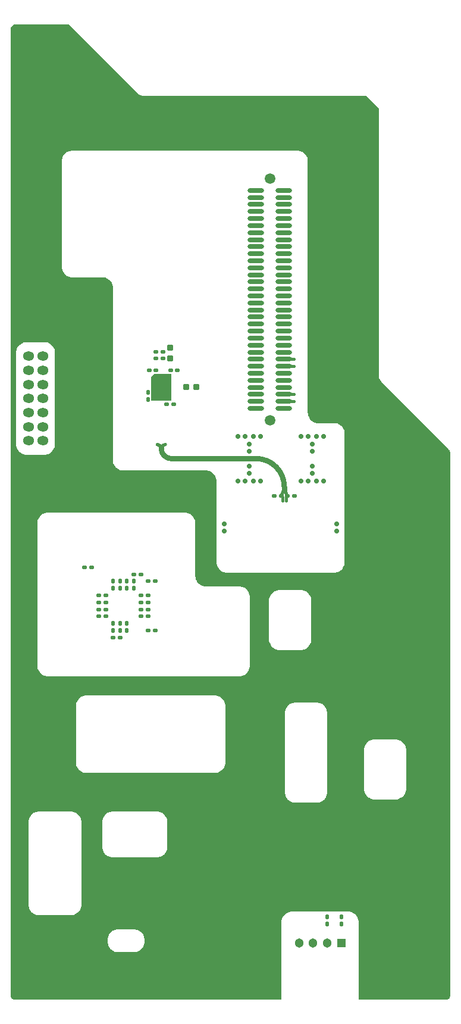
<source format=gbs>
G04*
G04 #@! TF.GenerationSoftware,Altium Limited,Altium Designer,21.7.2 (23)*
G04*
G04 Layer_Color=16711935*
%FSLAX43Y43*%
%MOMM*%
G71*
G04*
G04 #@! TF.SameCoordinates,E45341BC-5B8A-4208-AAAD-0714A86AB049*
G04*
G04*
G04 #@! TF.FilePolarity,Negative*
G04*
G01*
G75*
%ADD74C,0.800*%
%ADD75C,0.550*%
%ADD78C,0.400*%
G04:AMPARAMS|DCode=83|XSize=0.63mm|YSize=0.62mm|CornerRadius=0.16mm|HoleSize=0mm|Usage=FLASHONLY|Rotation=270.000|XOffset=0mm|YOffset=0mm|HoleType=Round|Shape=RoundedRectangle|*
%AMROUNDEDRECTD83*
21,1,0.630,0.300,0,0,270.0*
21,1,0.310,0.620,0,0,270.0*
1,1,0.320,-0.150,-0.155*
1,1,0.320,-0.150,0.155*
1,1,0.320,0.150,0.155*
1,1,0.320,0.150,-0.155*
%
%ADD83ROUNDEDRECTD83*%
G04:AMPARAMS|DCode=88|XSize=0.52mm|YSize=0.62mm|CornerRadius=0.135mm|HoleSize=0mm|Usage=FLASHONLY|Rotation=270.000|XOffset=0mm|YOffset=0mm|HoleType=Round|Shape=RoundedRectangle|*
%AMROUNDEDRECTD88*
21,1,0.520,0.350,0,0,270.0*
21,1,0.250,0.620,0,0,270.0*
1,1,0.270,-0.175,-0.125*
1,1,0.270,-0.175,0.125*
1,1,0.270,0.175,0.125*
1,1,0.270,0.175,-0.125*
%
%ADD88ROUNDEDRECTD88*%
G04:AMPARAMS|DCode=89|XSize=0.52mm|YSize=0.62mm|CornerRadius=0.135mm|HoleSize=0mm|Usage=FLASHONLY|Rotation=0.000|XOffset=0mm|YOffset=0mm|HoleType=Round|Shape=RoundedRectangle|*
%AMROUNDEDRECTD89*
21,1,0.520,0.350,0,0,0.0*
21,1,0.250,0.620,0,0,0.0*
1,1,0.270,0.125,-0.175*
1,1,0.270,-0.125,-0.175*
1,1,0.270,-0.125,0.175*
1,1,0.270,0.125,0.175*
%
%ADD89ROUNDEDRECTD89*%
G04:AMPARAMS|DCode=98|XSize=0.92mm|YSize=0.82mm|CornerRadius=0.21mm|HoleSize=0mm|Usage=FLASHONLY|Rotation=270.000|XOffset=0mm|YOffset=0mm|HoleType=Round|Shape=RoundedRectangle|*
%AMROUNDEDRECTD98*
21,1,0.920,0.400,0,0,270.0*
21,1,0.500,0.820,0,0,270.0*
1,1,0.420,-0.200,-0.250*
1,1,0.420,-0.200,0.250*
1,1,0.420,0.200,0.250*
1,1,0.420,0.200,-0.250*
%
%ADD98ROUNDEDRECTD98*%
G04:AMPARAMS|DCode=103|XSize=0.63mm|YSize=0.62mm|CornerRadius=0.16mm|HoleSize=0mm|Usage=FLASHONLY|Rotation=180.000|XOffset=0mm|YOffset=0mm|HoleType=Round|Shape=RoundedRectangle|*
%AMROUNDEDRECTD103*
21,1,0.630,0.300,0,0,180.0*
21,1,0.310,0.620,0,0,180.0*
1,1,0.320,-0.155,0.150*
1,1,0.320,0.155,0.150*
1,1,0.320,0.155,-0.150*
1,1,0.320,-0.155,-0.150*
%
%ADD103ROUNDEDRECTD103*%
G04:AMPARAMS|DCode=113|XSize=0.92mm|YSize=0.82mm|CornerRadius=0.21mm|HoleSize=0mm|Usage=FLASHONLY|Rotation=0.000|XOffset=0mm|YOffset=0mm|HoleType=Round|Shape=RoundedRectangle|*
%AMROUNDEDRECTD113*
21,1,0.920,0.400,0,0,0.0*
21,1,0.500,0.820,0,0,0.0*
1,1,0.420,0.250,-0.200*
1,1,0.420,-0.250,-0.200*
1,1,0.420,-0.250,0.200*
1,1,0.420,0.250,0.200*
%
%ADD113ROUNDEDRECTD113*%
%ADD134C,4.520*%
%ADD135R,1.302X1.302*%
%ADD136C,1.302*%
%ADD137O,1.620X1.320*%
%ADD142C,6.020*%
%ADD143C,1.520*%
%ADD181O,2.357X0.630*%
G36*
X58652Y189191D02*
X58727Y189160D01*
X58823Y189086D01*
X58823Y189086D01*
X58823Y189086D01*
X58823Y189086D01*
X68490Y179419D01*
X68580Y179337D01*
X68782Y179203D01*
X69006Y179110D01*
X69243Y179063D01*
X69365Y179057D01*
X100861Y179057D01*
X100918Y179057D01*
X101031Y179034D01*
X101137Y178990D01*
X101177Y178964D01*
X101273Y178886D01*
X101273Y178886D01*
X101358Y178801D01*
X102647Y177513D01*
X102697Y177462D01*
X102776Y177343D01*
X102831Y177212D01*
X102849Y177118D01*
X102858Y177001D01*
Y177000D01*
X102858Y177000D01*
X102859Y177000D01*
Y139382D01*
X102860Y139233D01*
X102908Y138940D01*
X103012Y138662D01*
X103168Y138409D01*
X103264Y138295D01*
X103264D01*
X112882Y128678D01*
X112910Y128649D01*
X112956Y128581D01*
X112987Y128506D01*
X112987Y128503D01*
X113002Y128386D01*
Y128386D01*
X113002D01*
X113002Y128386D01*
X113002Y51107D01*
X113002Y50987D01*
X112911Y50767D01*
X112742Y50598D01*
X112522Y50507D01*
X112402Y50507D01*
X100000D01*
X100000Y61500D01*
X100000Y61500D01*
X100000Y61500D01*
X100000Y61648D01*
X99942Y61938D01*
X99829Y62211D01*
X99665Y62456D01*
X99456Y62665D01*
X99211Y62829D01*
X98938Y62942D01*
X98648Y63000D01*
X98500Y63000D01*
X90500Y63000D01*
X90500Y63000D01*
X90352D01*
X90062Y62942D01*
X89789Y62829D01*
X89544Y62665D01*
X89335Y62456D01*
X89171Y62211D01*
X89058Y61938D01*
X89000Y61648D01*
Y61500D01*
Y50507D01*
X50943D01*
X50741Y50591D01*
X50586Y50745D01*
X50502Y50947D01*
Y51057D01*
Y188607D01*
Y188726D01*
X50594Y188947D01*
X50763Y189115D01*
X50983Y189207D01*
X51102Y189207D01*
X51102Y189207D01*
X58532Y189207D01*
X58572Y189207D01*
X58652Y189191D01*
D02*
G37*
%LPC*%
G36*
X91250Y171250D02*
X91250Y171250D01*
X59250Y171250D01*
X59102Y171250D01*
X58812Y171192D01*
X58539Y171079D01*
X58294Y170915D01*
X58085Y170706D01*
X57921Y170460D01*
X57808Y170188D01*
X57750Y169898D01*
X57750Y169750D01*
Y154750D01*
Y154602D01*
X57808Y154312D01*
X57921Y154039D01*
X58085Y153794D01*
X58294Y153585D01*
X58539Y153421D01*
X58812Y153308D01*
X59102Y153250D01*
X59250D01*
X63500Y153250D01*
X63647Y153243D01*
X63935Y153185D01*
X64207Y153073D01*
X64452Y152910D01*
X64660Y152702D01*
X64823Y152457D01*
X64935Y152185D01*
X64993Y151897D01*
X65000Y151750D01*
X65000D01*
X65000Y151750D01*
Y127250D01*
Y127102D01*
X65058Y126812D01*
X65171Y126539D01*
X65335Y126294D01*
X65544Y126085D01*
X65789Y125921D01*
X66062Y125808D01*
X66352Y125750D01*
X66500D01*
X78250Y125750D01*
X78397Y125743D01*
X78685Y125685D01*
X78957Y125573D01*
X79202Y125409D01*
X79410Y125202D01*
X79573Y124957D01*
X79685Y124685D01*
X79743Y124397D01*
X79750Y124250D01*
X79750Y124250D01*
X79750Y124250D01*
Y119500D01*
Y113750D01*
Y112602D01*
X79808Y112312D01*
X79921Y112039D01*
X80085Y111794D01*
X80294Y111585D01*
X80539Y111421D01*
X80812Y111308D01*
X81102Y111250D01*
X96648D01*
X96938Y111308D01*
X97211Y111421D01*
X97456Y111585D01*
X97665Y111794D01*
X97829Y112039D01*
X97942Y112312D01*
X98000Y112602D01*
Y112750D01*
Y119500D01*
X98000Y131000D01*
X98000Y131148D01*
X97942Y131438D01*
X97829Y131711D01*
X97665Y131956D01*
X97456Y132165D01*
X97210Y132329D01*
X96937Y132442D01*
X96648Y132500D01*
X96500Y132500D01*
X96500Y132500D01*
X96500Y132500D01*
X94250D01*
X94103Y132507D01*
X93815Y132565D01*
X93543Y132677D01*
X93298Y132840D01*
X93090Y133048D01*
X92927Y133293D01*
X92815Y133564D01*
X92757Y133853D01*
X92750Y134000D01*
X92750Y134000D01*
X92750Y169750D01*
X92750Y169898D01*
X92692Y170188D01*
X92579Y170461D01*
X92415Y170706D01*
X92206Y170915D01*
X91960Y171079D01*
X91687Y171192D01*
X91398Y171250D01*
X91250Y171250D01*
X91250Y171250D01*
D02*
G37*
G36*
X55398Y144000D02*
X55250Y144000D01*
X52750Y144000D01*
Y144000D01*
X52750Y144000D01*
X52602Y144000D01*
X52312Y143942D01*
X52039Y143829D01*
X51794Y143665D01*
X51585Y143456D01*
X51421Y143211D01*
X51308Y142938D01*
X51250Y142648D01*
Y142500D01*
Y129500D01*
X51250D01*
X51250Y129500D01*
X51250Y129352D01*
X51308Y129062D01*
X51421Y128789D01*
X51585Y128544D01*
X51794Y128335D01*
X52039Y128171D01*
X52312Y128058D01*
X52602Y128000D01*
X55250D01*
X55398Y128000D01*
X55688Y128057D01*
X55961Y128170D01*
X56207Y128334D01*
X56416Y128543D01*
X56580Y128789D01*
X56693Y129062D01*
X56750Y129352D01*
X56750Y129500D01*
X56750Y142500D01*
X56750Y142500D01*
X56750Y142500D01*
X56750Y142648D01*
X56693Y142938D01*
X56579Y143211D01*
X56415Y143456D01*
X56206Y143665D01*
X55961Y143829D01*
X55688Y143943D01*
X55398Y144000D01*
D02*
G37*
G36*
X91750Y108750D02*
X88750Y108750D01*
X88602D01*
X88312Y108692D01*
X88039Y108579D01*
X87794Y108415D01*
X87585Y108206D01*
X87421Y107961D01*
X87308Y107688D01*
X87250Y107398D01*
X87250Y107250D01*
X87250Y107250D01*
X87250Y107250D01*
X87250Y101750D01*
X87250Y101602D01*
X87308Y101312D01*
X87421Y101039D01*
X87585Y100794D01*
X87794Y100585D01*
X88039Y100421D01*
X88312Y100308D01*
X88602Y100250D01*
X88750Y100250D01*
X88750Y100250D01*
X88750Y100250D01*
X91750Y100250D01*
X91898Y100250D01*
X92188Y100308D01*
X92461Y100421D01*
X92706Y100585D01*
X92915Y100794D01*
X93079Y101039D01*
X93192Y101312D01*
X93250Y101602D01*
X93250Y101750D01*
X93250Y101750D01*
X93250Y101750D01*
X93250Y107250D01*
X93250Y107398D01*
X93192Y107688D01*
X93079Y107961D01*
X92915Y108206D01*
X92706Y108415D01*
X92461Y108579D01*
X92188Y108692D01*
X91898Y108750D01*
X91750Y108750D01*
X91750Y108750D01*
D02*
G37*
G36*
X75398Y119750D02*
X75250Y119750D01*
X55750Y119750D01*
X55750Y119750D01*
X55602D01*
X55312Y119692D01*
X55039Y119579D01*
X54794Y119415D01*
X54585Y119206D01*
X54421Y118961D01*
X54308Y118688D01*
X54250Y118398D01*
Y118250D01*
Y98000D01*
X54250Y97852D01*
X54308Y97562D01*
X54421Y97289D01*
X54585Y97044D01*
X54794Y96835D01*
X55039Y96671D01*
X55312Y96558D01*
X55602Y96500D01*
X55750Y96500D01*
X83000D01*
X83148Y96500D01*
X83438Y96558D01*
X83711Y96671D01*
X83956Y96835D01*
X84165Y97044D01*
X84329Y97289D01*
X84442Y97562D01*
X84500Y97852D01*
X84500Y98000D01*
X84500Y107750D01*
X84500Y107750D01*
X84500Y107750D01*
X84500Y107898D01*
X84442Y108188D01*
X84329Y108461D01*
X84165Y108706D01*
X83956Y108915D01*
X83711Y109079D01*
X83438Y109192D01*
X83148Y109250D01*
X83000Y109250D01*
X78750Y109250D01*
X78250D01*
X78103Y109257D01*
X77815Y109315D01*
X77543Y109427D01*
X77298Y109590D01*
X77090Y109798D01*
X76927Y110043D01*
X76815Y110315D01*
X76757Y110603D01*
X76750Y110750D01*
X76750Y118250D01*
X76750Y118250D01*
X76750Y118250D01*
X76750Y118398D01*
X76692Y118688D01*
X76579Y118961D01*
X76415Y119206D01*
X76206Y119415D01*
X75961Y119579D01*
X75688Y119692D01*
X75398Y119750D01*
D02*
G37*
G36*
X79500Y93750D02*
X79500Y93750D01*
X61250Y93750D01*
X61102Y93750D01*
X60812Y93692D01*
X60539Y93579D01*
X60294Y93415D01*
X60085Y93206D01*
X59921Y92961D01*
X59808Y92688D01*
X59750Y92398D01*
X59750Y92250D01*
Y84250D01*
Y84102D01*
X59808Y83812D01*
X59921Y83539D01*
X60085Y83294D01*
X60294Y83085D01*
X60539Y82921D01*
X60812Y82808D01*
X61102Y82750D01*
X61250D01*
Y82750D01*
X79648D01*
X79938Y82808D01*
X80211Y82921D01*
X80456Y83085D01*
X80665Y83294D01*
X80829Y83539D01*
X80942Y83812D01*
X81000Y84102D01*
X81000Y84250D01*
X81000Y84250D01*
X81000Y92250D01*
X81000Y92398D01*
X80942Y92688D01*
X80829Y92961D01*
X80665Y93206D01*
X80456Y93415D01*
X80211Y93579D01*
X79938Y93692D01*
X79648Y93750D01*
X79500Y93750D01*
X79500Y93750D01*
D02*
G37*
G36*
X94000Y92750D02*
X94000Y92750D01*
X91000Y92750D01*
X90852Y92750D01*
X90562Y92692D01*
X90289Y92579D01*
X90044Y92415D01*
X89835Y92206D01*
X89671Y91961D01*
X89558Y91688D01*
X89500Y91398D01*
X89500Y91250D01*
X89500Y91250D01*
X89500Y91250D01*
X89500Y80000D01*
X89500Y79852D01*
X89558Y79562D01*
X89671Y79289D01*
X89835Y79044D01*
X90044Y78835D01*
X90289Y78671D01*
X90562Y78558D01*
X90852Y78500D01*
X91000Y78500D01*
X94000D01*
X94148Y78500D01*
X94438Y78558D01*
X94711Y78671D01*
X94956Y78835D01*
X95165Y79044D01*
X95329Y79289D01*
X95442Y79562D01*
X95500Y79852D01*
X95500Y80000D01*
X95500Y80000D01*
X95500Y91250D01*
X95500Y91398D01*
X95442Y91688D01*
X95329Y91961D01*
X95165Y92206D01*
X94956Y92415D01*
X94711Y92579D01*
X94438Y92692D01*
X94148Y92750D01*
X94000Y92750D01*
X94000Y92750D01*
D02*
G37*
G36*
X105250Y87500D02*
X105250Y87500D01*
X102250Y87500D01*
X102102Y87500D01*
X101812Y87442D01*
X101539Y87329D01*
X101294Y87165D01*
X101085Y86956D01*
X100921Y86711D01*
X100808Y86438D01*
X100750Y86148D01*
X100750Y86000D01*
X100750Y86000D01*
X100750Y86000D01*
Y80500D01*
X100750Y80352D01*
X100808Y80062D01*
X100921Y79789D01*
X101085Y79544D01*
X101294Y79335D01*
X101539Y79171D01*
X101812Y79058D01*
X102102Y79000D01*
X102250Y79000D01*
X102250Y79000D01*
X105398D01*
X105688Y79058D01*
X105961Y79171D01*
X106206Y79335D01*
X106415Y79544D01*
X106579Y79789D01*
X106692Y80062D01*
X106750Y80352D01*
Y80500D01*
X106750D01*
X106750Y86000D01*
X106750Y86148D01*
X106692Y86438D01*
X106579Y86711D01*
X106415Y86956D01*
X106206Y87165D01*
X105961Y87329D01*
X105688Y87442D01*
X105398Y87500D01*
X105250Y87500D01*
X105250Y87500D01*
D02*
G37*
G36*
X71250Y77250D02*
X71250Y77250D01*
X65000Y77250D01*
X64852Y77250D01*
X64562Y77192D01*
X64289Y77079D01*
X64044Y76915D01*
X63835Y76706D01*
X63671Y76461D01*
X63558Y76188D01*
X63500Y75898D01*
X63500Y75750D01*
Y72250D01*
Y72102D01*
X63558Y71812D01*
X63671Y71539D01*
X63835Y71294D01*
X64044Y71085D01*
X64289Y70921D01*
X64562Y70808D01*
X64852Y70750D01*
X65000D01*
X65000Y70750D01*
X71250D01*
X71398Y70750D01*
X71688Y70808D01*
X71961Y70921D01*
X72206Y71085D01*
X72415Y71294D01*
X72579Y71539D01*
X72692Y71812D01*
X72750Y72102D01*
X72750Y72250D01*
X72750Y72250D01*
X72750Y75750D01*
X72750Y75898D01*
X72692Y76188D01*
X72579Y76461D01*
X72415Y76706D01*
X72206Y76915D01*
X71961Y77079D01*
X71688Y77192D01*
X71398Y77250D01*
X71250Y77250D01*
X71250Y77250D01*
D02*
G37*
G36*
X54352Y77250D02*
X54062Y77192D01*
X53789Y77079D01*
X53544Y76915D01*
X53335Y76706D01*
X53171Y76461D01*
X53058Y76188D01*
X53000Y75898D01*
X53000Y75750D01*
Y64000D01*
X53000Y63852D01*
X53058Y63562D01*
X53171Y63289D01*
X53335Y63044D01*
X53544Y62835D01*
X53789Y62671D01*
X54062Y62558D01*
X54352Y62500D01*
X54500Y62500D01*
X59000D01*
X59148Y62500D01*
X59438Y62558D01*
X59710Y62671D01*
X59956Y62835D01*
X60165Y63044D01*
X60329Y63289D01*
X60442Y63562D01*
X60500Y63852D01*
X60500Y64000D01*
X60500Y64000D01*
X60500Y75750D01*
X60500Y75898D01*
X60442Y76188D01*
X60329Y76461D01*
X60165Y76706D01*
X59956Y76915D01*
X59711Y77079D01*
X59438Y77192D01*
X59148Y77250D01*
X59000Y77250D01*
X59000Y77250D01*
X59000Y77250D01*
X54500Y77250D01*
X54352Y77250D01*
D02*
G37*
G36*
X68000Y60500D02*
X68000Y60500D01*
X65750Y60500D01*
X65602Y60500D01*
X65312Y60442D01*
X65039Y60329D01*
X64794Y60165D01*
X64585Y59956D01*
X64421Y59711D01*
X64308Y59438D01*
X64250Y59148D01*
X64250Y59000D01*
Y58602D01*
X64308Y58312D01*
X64421Y58039D01*
X64585Y57794D01*
X64794Y57585D01*
X65039Y57421D01*
X65312Y57308D01*
X65602Y57250D01*
X68148Y57250D01*
X68438Y57308D01*
X68711Y57421D01*
X68956Y57585D01*
X69165Y57794D01*
X69329Y58039D01*
X69442Y58312D01*
X69500Y58602D01*
X69500Y58750D01*
X69500Y58750D01*
X69500D01*
X69500Y59000D01*
X69500Y59148D01*
X69442Y59438D01*
X69329Y59711D01*
X69165Y59956D01*
X68956Y60165D01*
X68711Y60329D01*
X68438Y60442D01*
X68148Y60500D01*
X68000Y60500D01*
X68000Y60500D01*
D02*
G37*
%LPD*%
G36*
X73238Y139526D02*
X73251Y139523D01*
X73264Y139519D01*
X73276Y139513D01*
X73287Y139506D01*
X73297Y139497D01*
X73306Y139487D01*
X73313Y139476D01*
X73319Y139464D01*
X73323Y139451D01*
X73326Y139438D01*
X73327Y139425D01*
Y135775D01*
X73326Y135762D01*
X73323Y135749D01*
X73319Y135736D01*
X73313Y135724D01*
X73306Y135713D01*
X73297Y135703D01*
X73287Y135694D01*
X73276Y135687D01*
X73264Y135681D01*
X73251Y135677D01*
X73238Y135674D01*
X73225Y135673D01*
X70575D01*
X70562Y135674D01*
X70549Y135677D01*
X70536Y135681D01*
X70524Y135687D01*
X70513Y135694D01*
X70503Y135703D01*
X70494Y135713D01*
X70487Y135724D01*
X70481Y135736D01*
X70477Y135749D01*
X70474Y135762D01*
X70473Y135775D01*
Y139069D01*
X70474Y139082D01*
X70477Y139095D01*
X70481Y139108D01*
X70487Y139120D01*
X70494Y139131D01*
X70503Y139141D01*
X70859Y139497D01*
X70869Y139506D01*
X70880Y139513D01*
X70892Y139519D01*
X70905Y139523D01*
X70918Y139526D01*
X70931Y139527D01*
X73225D01*
X73238Y139526D01*
D02*
G37*
D74*
X71900Y128847D02*
G03*
X73297Y127450I1397J0D01*
G01*
X89400Y123445D02*
G03*
X85395Y127450I-4005J0D01*
G01*
X71900Y128847D02*
Y128917D01*
X89400Y122967D02*
Y123445D01*
X73297Y127450D02*
X85395D01*
D75*
X72450Y129450D02*
G03*
X72030Y129030I0J-420D01*
G01*
X71770D02*
G03*
X71350Y129450I-420J0D01*
G01*
X89825Y122125D02*
G03*
X89599Y122671I-773J0D01*
G01*
X89201D02*
G03*
X88975Y122125I546J-546D01*
G01*
X89201Y122671D02*
G03*
X89270Y122837I-166J166D01*
G01*
X89530Y122837D02*
G03*
X89599Y122671I235J0D01*
G01*
D78*
X90000Y140600D02*
X90800D01*
X90000Y141600D02*
X90800D01*
X90000Y135600D02*
X90800D01*
X90000Y136600D02*
X90800D01*
X89650Y121425D02*
Y121950D01*
X89150Y121425D02*
Y121950D01*
D83*
X92808Y124275D02*
D03*
X91792D02*
D03*
X95008D02*
D03*
X93992D02*
D03*
X86008Y124275D02*
D03*
X84992D02*
D03*
X83808D02*
D03*
X82792D02*
D03*
X86008Y130575D02*
D03*
X84992D02*
D03*
X83808D02*
D03*
X82792D02*
D03*
X93992Y130575D02*
D03*
X95008D02*
D03*
X91792D02*
D03*
X92808D02*
D03*
D88*
X89825Y122125D02*
D03*
X71150Y141700D02*
D03*
X72150D02*
D03*
X71150Y142607D02*
D03*
X72150D02*
D03*
X70150Y140000D02*
D03*
X71150D02*
D03*
X73200D02*
D03*
X74200D02*
D03*
X73650Y135200D02*
D03*
X72650D02*
D03*
X90825Y122125D02*
D03*
X88975D02*
D03*
X87975D02*
D03*
X69000Y111000D02*
D03*
X68000D02*
D03*
X71000Y110000D02*
D03*
X70000D02*
D03*
Y108000D02*
D03*
X69000D02*
D03*
X70000Y107000D02*
D03*
X69000D02*
D03*
X70000Y106000D02*
D03*
X69000D02*
D03*
X70000Y105000D02*
D03*
X69000D02*
D03*
X71000Y103000D02*
D03*
X70000D02*
D03*
X65000Y102000D02*
D03*
X66000D02*
D03*
X63000Y105000D02*
D03*
X64000D02*
D03*
X63000Y106000D02*
D03*
X64000D02*
D03*
X63000Y108000D02*
D03*
X64000D02*
D03*
X63000Y107000D02*
D03*
X64000D02*
D03*
X61000Y112000D02*
D03*
X62000D02*
D03*
D89*
X95500Y61250D02*
D03*
X97500D02*
D03*
Y62250D02*
D03*
X95500D02*
D03*
X70000Y136850D02*
D03*
Y135850D02*
D03*
X68000Y110000D02*
D03*
Y109000D02*
D03*
X67000Y110000D02*
D03*
Y109000D02*
D03*
X65000Y110000D02*
D03*
Y109000D02*
D03*
X66000Y110000D02*
D03*
Y109000D02*
D03*
X65000Y103000D02*
D03*
Y104000D02*
D03*
X67000Y103000D02*
D03*
Y104000D02*
D03*
X66000Y103000D02*
D03*
Y104000D02*
D03*
D98*
X75450Y137600D02*
D03*
X76850D02*
D03*
D103*
X84400Y128467D02*
D03*
Y129483D02*
D03*
Y126383D02*
D03*
Y125367D02*
D03*
X93400Y129483D02*
D03*
Y128467D02*
D03*
Y126383D02*
D03*
Y125367D02*
D03*
X80900Y118183D02*
D03*
Y117167D02*
D03*
X96900Y118183D02*
D03*
Y117167D02*
D03*
D113*
X73150Y141700D02*
D03*
Y143224D02*
D03*
D134*
X81750Y53810D02*
D03*
X109690Y74130D02*
D03*
X76670Y175730D02*
D03*
X99530Y149695D02*
D03*
X53810Y154775D02*
D03*
X109690Y103340D02*
D03*
X53810Y88735D02*
D03*
X86068D02*
D03*
D135*
X97498Y58547D02*
D03*
D136*
X95498D02*
D03*
X91498D02*
D03*
X93498D02*
D03*
D137*
X55000Y142000D02*
D03*
Y140000D02*
D03*
Y138000D02*
D03*
Y136000D02*
D03*
Y134000D02*
D03*
Y132000D02*
D03*
Y130000D02*
D03*
X53000Y142000D02*
D03*
Y140000D02*
D03*
Y138000D02*
D03*
Y136000D02*
D03*
Y134000D02*
D03*
Y132000D02*
D03*
Y130000D02*
D03*
D142*
X53810Y53810D02*
D03*
X109690D02*
D03*
X99530Y175730D02*
D03*
X53810Y185890D02*
D03*
Y123660D02*
D03*
X109690D02*
D03*
D143*
X87338Y132884D02*
D03*
Y167284D02*
D03*
D181*
X85338Y148584D02*
D03*
Y164584D02*
D03*
Y165584D02*
D03*
Y163584D02*
D03*
Y151584D02*
D03*
Y160584D02*
D03*
Y154584D02*
D03*
Y144584D02*
D03*
Y161584D02*
D03*
Y147584D02*
D03*
Y152584D02*
D03*
Y146584D02*
D03*
Y155584D02*
D03*
Y159584D02*
D03*
Y157584D02*
D03*
Y156584D02*
D03*
Y158584D02*
D03*
Y145584D02*
D03*
Y153584D02*
D03*
Y162584D02*
D03*
Y143584D02*
D03*
Y150584D02*
D03*
Y149584D02*
D03*
Y142584D02*
D03*
X89338Y153584D02*
D03*
Y162584D02*
D03*
Y154584D02*
D03*
X85338Y139584D02*
D03*
Y134584D02*
D03*
Y141584D02*
D03*
Y138584D02*
D03*
Y135584D02*
D03*
Y137584D02*
D03*
X89338Y138584D02*
D03*
Y137584D02*
D03*
Y134584D02*
D03*
Y140584D02*
D03*
Y135584D02*
D03*
X85338Y136584D02*
D03*
Y140584D02*
D03*
X89338Y165584D02*
D03*
Y164584D02*
D03*
Y163584D02*
D03*
Y161584D02*
D03*
Y160584D02*
D03*
Y159584D02*
D03*
Y158584D02*
D03*
Y157584D02*
D03*
Y156584D02*
D03*
Y155584D02*
D03*
Y152584D02*
D03*
Y151584D02*
D03*
Y150584D02*
D03*
Y149584D02*
D03*
Y148584D02*
D03*
Y147584D02*
D03*
Y146584D02*
D03*
Y145584D02*
D03*
Y144584D02*
D03*
Y143584D02*
D03*
Y142584D02*
D03*
Y141584D02*
D03*
Y139584D02*
D03*
Y136584D02*
D03*
M02*

</source>
